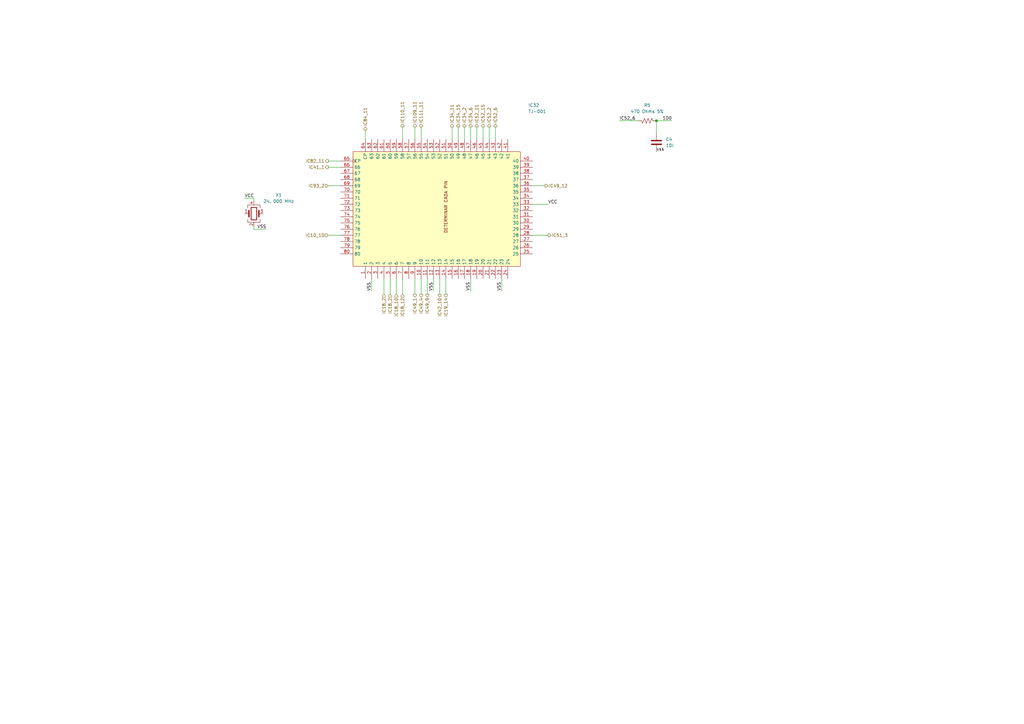
<source format=kicad_sch>
(kicad_sch (version 20231120) (generator "eeschema") (generator_version "8.0")
  (paper "A3")
  (title_block (company "JOTEGO"))
  (lib_symbols
    (symbol "Device:C" (pin_numbers hide) (pin_names (offset 0.254))
      (property "Reference" "C" (at 0.635 2.54 0))
      (property "Value" "C" (at 0.635 -2.54 0))
      (symbol "C_0_1"
        (polyline (pts (xy -2.032 -0.762) (xy 2.032 -0.762)) (stroke (width 0.508)))
        (polyline (pts (xy -2.032 0.762) (xy 2.032 0.762)) (stroke (width 0.508)))
      )
      (symbol "C_1_1"
        (pin passive line (at 0 3.81 270) (length 2.794) (name "~") (number "1"))
        (pin passive line (at 0 -3.81 90) (length 2.794) (name "~") (number "2"))
      )
    )
    (symbol "Device:Crystal_GND24" (pin_names (offset 1.016) hide)
      (property "Reference" "Y" (at 3.175 5.08 0))
      (property "Value" "Crystal_GND24" (at 3.175 3.175 0))
      (symbol "Crystal_GND24_0_1"
        (rectangle (start -1.143 2.54) (end 1.143 -2.54) (stroke (width 0.3048)))
        (polyline (pts (xy -2.54 0) (xy -2.032 0)))
        (polyline (pts (xy -2.032 -1.27) (xy -2.032 1.27)) (stroke (width 0.508)))
        (polyline (pts (xy 0 -3.81) (xy 0 -3.556)))
        (polyline (pts (xy 0 3.556) (xy 0 3.81)))
        (polyline (pts (xy 2.032 -1.27) (xy 2.032 1.27)) (stroke (width 0.508)))
        (polyline (pts (xy 2.032 0) (xy 2.54 0)))
        (polyline (pts (xy -2.54 -2.286) (xy -2.54 -3.556) (xy 2.54 -3.556) (xy 2.54 -2.286)))
        (polyline (pts (xy -2.54 2.286) (xy -2.54 3.556) (xy 2.54 3.556) (xy 2.54 2.286)))
      )
      (symbol "Crystal_GND24_1_1"
        (pin passive line (at -3.81 0 0) (length 1.27) (name "1") (number "1"))
        (pin passive line (at 0 5.08 270) (length 1.27) (name "2") (number "2"))
        (pin passive line (at 3.81 0 180) (length 1.27) (name "3") (number "3"))
        (pin passive line (at 0 -5.08 90) (length 1.27) (name "4") (number "4"))
      )
    )
    (symbol "Device:R_US" (pin_numbers hide) (pin_names (offset 0))
      (property "Reference" "R" (at 2.54 0 90))
      (property "Value" "R_US" (at -2.54 0 90))
      (symbol "R_US_0_1"
        (polyline (pts (xy 0 -2.286) (xy 0 -2.54)))
        (polyline (pts (xy 0 2.286) (xy 0 2.54)))
        (polyline (pts (xy 0 -0.762) (xy 1.016 -1.143) (xy 0 -1.524) (xy -1.016 -1.905) (xy 0 -2.286)))
        (polyline (pts (xy 0 0.762) (xy 1.016 0.381) (xy 0 0) (xy -1.016 -0.381) (xy 0 -0.762)))
        (polyline (pts (xy 0 2.286) (xy 1.016 1.905) (xy 0 1.524) (xy -1.016 1.143) (xy 0 0.762)))
      )
      (symbol "R_US_1_1"
        (pin passive line (at 0 3.81 270) (length 1.27) (name "~") (number "1"))
        (pin passive line (at 0 -3.81 90) (length 1.27) (name "~") (number "2"))
      )
    )
    (symbol "technos:TJ-001"
      (property "Reference" "IC" (at -2.159 0.635 90))
      (property "Value" "TJ-001" (at -0.127 0.635 90))
      (symbol "TJ-001_1_0"
        (pin input line (at -29.845 -28.575 90) (length 5.08) (name "1") (number "1"))
        (pin output line (at -6.985 -28.575 90) (length 5.08) (name "10") (number "10"))
        (pin output line (at -4.445 -28.575 90) (length 5.08) (name "11") (number "11"))
        (pin input line (at -1.905 -28.575 90) (length 5.08) (name "12") (number "12"))
        (pin output line (at 0.635 -28.575 90) (length 5.08) (name "13") (number "13"))
        (pin output line (at 3.175 -28.575 90) (length 5.08) (name "14") (number "14"))
        (pin input line (at 5.715 -28.575 90) (length 5.08) (name "15") (number "15"))
        (pin input line (at 8.255 -28.575 90) (length 5.08) (name "16") (number "16"))
        (pin input line (at 10.795 -28.575 90) (length 5.08) (name "17") (number "17"))
        (pin input line (at 13.335 -28.575 90) (length 5.08) (name "18") (number "18"))
        (pin input line (at 15.875 -28.575 90) (length 5.08) (name "19") (number "19"))
        (pin output line (at -27.305 -28.575 90) (length 5.08) (name "2") (number "2"))
        (pin input line (at 18.415 -28.575 90) (length 5.08) (name "20") (number "20"))
        (pin input line (at 20.955 -28.575 90) (length 5.08) (name "21") (number "21"))
        (pin input line (at 23.495 -28.575 90) (length 5.08) (name "22") (number "22"))
        (pin output line (at 26.035 -28.575 90) (length 5.08) (name "23") (number "23"))
        (pin input line (at 28.575 -28.575 90) (length 5.08) (name "24") (number "24"))
        (pin input line (at 38.735 -18.415 180) (length 5.08) (name "25") (number "25"))
        (pin input line (at 38.735 -15.875 180) (length 5.08) (name "26") (number "26"))
        (pin input line (at 38.735 -13.335 180) (length 5.08) (name "27") (number "27"))
        (pin output line (at 38.735 -10.795 180) (length 5.08) (name "28") (number "28"))
        (pin input line (at 38.735 -8.255 180) (length 5.08) (name "29") (number "29"))
        (pin input line (at -24.765 -28.575 90) (length 5.08) (name "3") (number "3"))
        (pin input line (at 38.735 -5.715 180) (length 5.08) (name "30") (number "30"))
        (pin input line (at 38.735 -3.175 180) (length 5.08) (name "31") (number "31"))
        (pin input line (at 38.735 -0.635 180) (length 5.08) (name "32") (number "32"))
        (pin output line (at 38.735 1.905 180) (length 5.08) (name "33") (number "33"))
        (pin input line (at 38.735 4.445 180) (length 5.08) (name "34") (number "34"))
        (pin input line (at 38.735 6.985 180) (length 5.08) (name "35") (number "35"))
        (pin output line (at 38.735 9.525 180) (length 5.08) (name "36") (number "36"))
        (pin input line (at 38.735 12.065 180) (length 5.08) (name "37") (number "37"))
        (pin input line (at 38.735 14.605 180) (length 5.08) (name "38") (number "38"))
        (pin input line (at 38.735 17.145 180) (length 5.08) (name "39") (number "39"))
        (pin output line (at -22.225 -28.575 90) (length 5.08) (name "4") (number "4"))
        (pin input line (at 38.735 19.685 180) (length 5.08) (name "40") (number "40"))
        (pin input line (at 28.575 28.575 270) (length 5.08) (name "41") (number "41"))
        (pin input line (at 26.035 28.575 270) (length 5.08) (name "42") (number "42"))
        (pin output line (at 23.495 28.575 270) (length 5.08) (name "43") (number "43"))
        (pin output line (at 20.955 28.575 270) (length 5.08) (name "44") (number "44"))
        (pin output line (at 18.415 28.575 270) (length 5.08) (name "45") (number "45"))
        (pin output line (at 15.875 28.575 270) (length 5.08) (name "46") (number "46"))
        (pin output line (at 13.335 28.575 270) (length 5.08) (name "47") (number "47"))
        (pin output line (at 10.795 28.575 270) (length 5.08) (name "48") (number "48"))
        (pin output line (at 8.255 28.575 270) (length 5.08) (name "49") (number "49"))
        (pin output line (at -19.685 -28.575 90) (length 5.08) (name "5") (number "5"))
        (pin output line (at 5.715 28.575 270) (length 5.08) (name "50") (number "50"))
        (pin input line (at 3.175 28.575 270) (length 5.08) (name "51") (number "51"))
        (pin input line (at 0.635 28.575 270) (length 5.08) (name "52") (number "52"))
        (pin input line (at -1.905 28.575 270) (length 5.08) (name "53") (number "53"))
        (pin input line (at -4.445 28.575 270) (length 5.08) (name "54") (number "54"))
        (pin output line (at -6.985 28.575 270) (length 5.08) (name "55") (number "55"))
        (pin output line (at -9.525 28.575 270) (length 5.08) (name "56") (number "56"))
        (pin input line (at -12.065 28.575 270) (length 5.08) (name "57") (number "57"))
        (pin output line (at -14.605 28.575 270) (length 5.08) (name "58") (number "58"))
        (pin input line (at -17.145 28.575 270) (length 5.08) (name "59") (number "59"))
        (pin output line (at -17.145 -28.575 90) (length 5.08) (name "6") (number "6"))
        (pin input line (at -19.685 28.575 270) (length 5.08) (name "60") (number "60"))
        (pin input line (at -22.225 28.575 270) (length 5.08) (name "61") (number "61"))
        (pin input line (at -24.765 28.575 270) (length 5.08) (name "62") (number "62"))
        (pin input line (at -27.305 28.575 270) (length 5.08) (name "63") (number "63"))
        (pin output line (at -29.845 28.575 270) (length 5.08) (name "CP") (number "64"))
        (pin input clock (at -40.005 19.685 0) (length 5.08) (name "CP") (number "65"))
        (pin output line (at -40.005 17.145 0) (length 5.08) (name "66") (number "66"))
        (pin input line (at -40.005 14.605 0) (length 5.08) (name "67") (number "67"))
        (pin input line (at -40.005 12.065 0) (length 5.08) (name "68") (number "68"))
        (pin output line (at -40.005 9.525 0) (length 5.08) (name "69") (number "69"))
        (pin output line (at -14.605 -28.575 90) (length 5.08) (name "7") (number "7"))
        (pin input line (at -40.005 6.985 0) (length 5.08) (name "70") (number "70"))
        (pin input line (at -40.005 4.445 0) (length 5.08) (name "71") (number "71"))
        (pin input line (at -40.005 1.905 0) (length 5.08) (name "72") (number "72"))
        (pin input line (at -40.005 -0.635 0) (length 5.08) (name "73") (number "73"))
        (pin input line (at -40.005 -3.175 0) (length 5.08) (name "74") (number "74"))
        (pin input line (at -40.005 -5.715 0) (length 5.08) (name "75") (number "75"))
        (pin input line (at -40.005 -8.255 0) (length 5.08) (name "76") (number "76"))
        (pin output line (at -40.005 -10.795 0) (length 5.08) (name "77") (number "77"))
        (pin input line (at -40.005 -13.335 0) (length 5.08) (name "78") (number "78"))
        (pin input line (at -40.005 -15.875 0) (length 5.08) (name "79") (number "79"))
        (pin input line (at -12.065 -28.575 90) (length 5.08) (name "8") (number "8"))
        (pin input line (at -40.005 -18.415 0) (length 5.08) (name "80") (number "80"))
        (pin output line (at -9.525 -28.575 90) (length 5.08) (name "9") (number "9"))
      )
      (symbol "TJ-001_1_1"
        (rectangle (start -34.925 -23.495) (end 33.655 23.495) (fill (type background)))
        (text "DETERMINAR CADA PIN\n" (at 3.175 0.889 900) (effects (font (size 1.27 1.27))))
      )
    )
  )
  (junction (at 269.24 49.53))
  (wire (pts (xy 198.12 52.07) (xy 198.12 57.15)))
  (wire (pts (xy 100.33 81.28) (xy 104.14 81.28)))
  (wire (pts (xy 172.72 52.07) (xy 172.72 57.15)))
  (wire (pts (xy 170.18 114.3) (xy 170.18 120.65)))
  (wire (pts (xy 180.34 120.65) (xy 180.34 114.3)))
  (wire (pts (xy 187.96 52.07) (xy 187.96 57.15)))
  (wire (pts (xy 203.2 52.07) (xy 203.2 57.15)))
  (wire (pts (xy 165.1 52.07) (xy 165.1 57.15)))
  (wire (pts (xy 175.26 114.3) (xy 175.26 120.65)))
  (wire (pts (xy 104.14 81.28) (xy 104.14 82.55)))
  (wire (pts (xy 109.22 93.98) (xy 104.14 93.98)))
  (wire (pts (xy 162.56 120.65) (xy 162.56 114.3)))
  (wire (pts (xy 160.02 120.65) (xy 160.02 114.3)))
  (wire (pts (xy 134.62 66.04) (xy 139.7 66.04)))
  (wire (pts (xy 269.24 49.53) (xy 269.24 54.61)))
  (wire (pts (xy 193.04 52.07) (xy 193.04 57.15)))
  (wire (pts (xy 165.1 120.65) (xy 165.1 114.3)))
  (wire (pts (xy 149.86 53.34) (xy 149.86 57.15)))
  (wire (pts (xy 152.4 114.3) (xy 152.4 119.38)))
  (wire (pts (xy 205.74 114.3) (xy 205.74 119.38)))
  (wire (pts (xy 193.04 114.3) (xy 193.04 119.38)))
  (wire (pts (xy 177.8 119.38) (xy 177.8 114.3)))
  (wire (pts (xy 134.62 68.58) (xy 139.7 68.58)))
  (wire (pts (xy 218.44 83.82) (xy 224.79 83.82)))
  (wire (pts (xy 134.62 96.52) (xy 139.7 96.52)))
  (wire (pts (xy 170.18 52.07) (xy 170.18 57.15)))
  (wire (pts (xy 195.58 52.07) (xy 195.58 57.15)))
  (wire (pts (xy 269.24 49.53) (xy 275.59 49.53)))
  (wire (pts (xy 185.42 52.07) (xy 185.42 57.15)))
  (wire (pts (xy 172.72 114.3) (xy 172.72 120.65)))
  (wire (pts (xy 157.48 120.65) (xy 157.48 114.3)))
  (wire (pts (xy 104.14 93.98) (xy 104.14 92.71)))
  (wire (pts (xy 190.5 52.07) (xy 190.5 57.15)))
  (wire (pts (xy 134.62 76.2) (xy 139.7 76.2)))
  (wire (pts (xy 200.66 52.07) (xy 200.66 57.15)))
  (wire (pts (xy 254 49.53) (xy 261.62 49.53)))
  (wire (pts (xy 218.44 76.2) (xy 223.52 76.2)))
  (wire (pts (xy 224.79 96.52) (xy 218.44 96.52)))
  (wire (pts (xy 182.88 114.3) (xy 182.88 120.65)))
  (label "vss" (at 269.24 62.23 0))
  (label "VCC" (at 100.33 81.28 0))
  (label "VSS" (at 152.4 119.38 90))
  (label "VCC" (at 224.79 83.82 0))
  (label "VSS" (at 205.74 115.57 270))
  (label "1D0" (at 275.59 49.53 180))
  (label "VSS" (at 177.8 119.38 90))
  (label "VSS" (at 109.22 93.98 180))
  (label "VSS" (at 193.04 115.57 270))
  (label "IC52_6" (at 254 49.53 0))
  (hierarchical_label "IC34_6" (shape output) (at 193.04 52.07 90))
  (hierarchical_label "IC18_12" (shape input) (at 165.1 120.65 270))
  (hierarchical_label "IC19_14" (shape output) (at 182.88 120.65 270))
  (hierarchical_label "IC84_11" (shape output) (at 149.86 53.34 90))
  (hierarchical_label "IC49_9" (shape output) (at 175.26 120.65 270))
  (hierarchical_label "IC51_3" (shape output) (at 224.79 96.52 0))
  (hierarchical_label "IC49_4" (shape output) (at 172.72 120.65 270))
  (hierarchical_label "IC41_1" (shape output) (at 134.62 68.58 180))
  (hierarchical_label "IC34_2" (shape output) (at 190.5 52.07 90))
  (hierarchical_label "IC42_10" (shape output) (at 180.34 120.65 270))
  (hierarchical_label "IC52_11" (shape output) (at 195.58 52.07 90))
  (hierarchical_label "IC34_15" (shape output) (at 187.96 52.07 90))
  (hierarchical_label "IC10_10" (shape input) (at 134.62 96.52 180))
  (hierarchical_label "IC18_2" (shape input) (at 157.48 120.65 270))
  (hierarchical_label "IC49_12" (shape output) (at 223.52 76.2 0))
  (hierarchical_label "IC109_11" (shape output) (at 170.18 52.07 90))
  (hierarchical_label "IC111_11" (shape output) (at 172.72 52.07 90))
  (hierarchical_label "IC110_11" (shape output) (at 165.1 52.07 90))
  (hierarchical_label "IC93_2" (shape input) (at 134.62 76.2 180))
  (hierarchical_label "IC34_11" (shape output) (at 185.42 52.07 90))
  (hierarchical_label "IC52_15" (shape output) (at 198.12 52.07 90))
  (hierarchical_label "IC52_6" (shape output) (at 203.2 52.07 90))
  (hierarchical_label "IC82_11" (shape output) (at 134.62 66.04 180))
  (hierarchical_label "IC18_10" (shape input) (at 162.56 120.65 270))
  (hierarchical_label "IC49_1" (shape output) (at 170.18 120.65 270))
  (hierarchical_label "IC18_2" (shape input) (at 160.02 120.65 270))
  (hierarchical_label "IC52_2" (shape output) (at 200.66 52.07 90))
  (symbol (lib_id "technos:TJ-001") (at 179.705 85.725 0) (unit 1)
    (property "Reference" "IC32" (at 216.662 43.18 0) (effects (justify left)))
    (property "Value" "TJ-001" (at 216.662 45.72 0) (effects (justify left)))
  )
  (symbol (lib_id "Device:Crystal_GND24") (at 104.14 87.63 0) (mirror x) (unit 1)
    (property "Reference" "X1" (at 114.3 80.01 0))
    (property "Value" "24. 000 MHz" (at 114.3 82.55 0))
    (property "Description" "Four pin crystal, GND on pins 2 and 4" (effects (hide yes)))
  )
  (symbol (lib_id "Device:C") (at 269.24 58.42 0) (mirror y) (unit 1)
    (property "Reference" "C4" (at 273.05 57.1499 0) (effects (justify right)))
    (property "Value" "10l" (at 273.05 59.6899 0) (effects (justify right)))
    (property "Description" "Unpolarized capacitor" (effects (hide yes)))
  )
  (symbol (lib_id "Device:R_US") (at 265.43 49.53 270) (mirror x) (unit 1)
    (property "Reference" "R5" (at 265.43 43.18 90))
    (property "Value" "470 Ohms 5%" (at 265.43 45.72 90))
    (property "Description" "Resistor, US symbol" (effects (hide yes)))
  )
)
</source>
